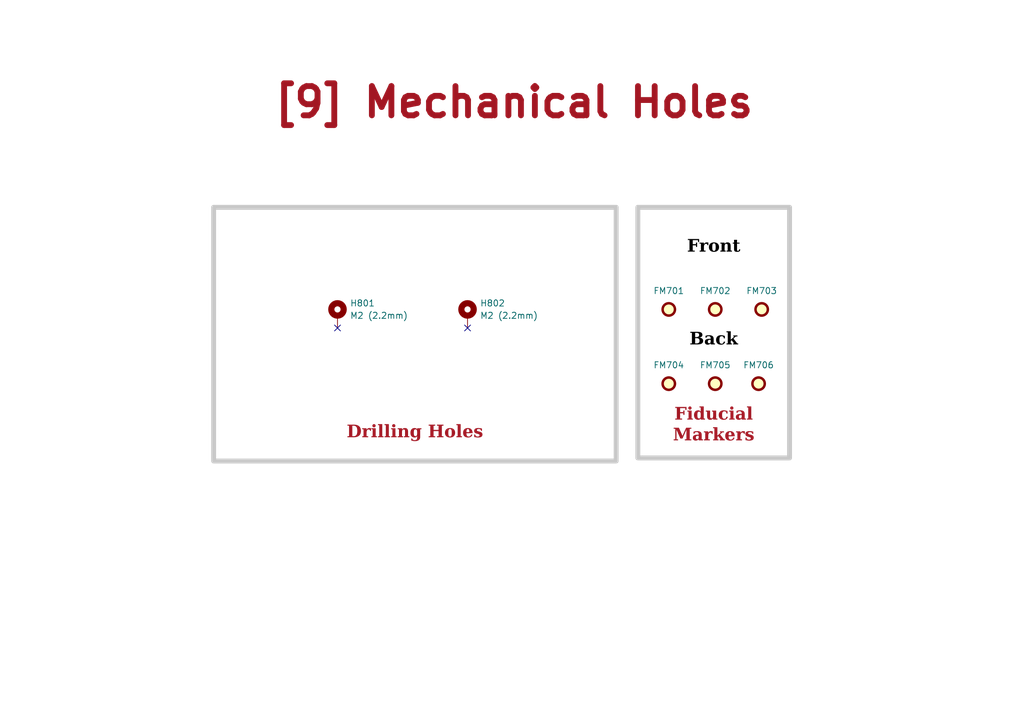
<source format=kicad_sch>
(kicad_sch (version 20231120) (generator "eeschema") (generator_version "8.0")
  (paper "A5")
  (lib_symbols
    (symbol "Mechanical:Fiducial"
      (property "Reference" "FID" (at 0 5.08 0))
      (property "Value" "Fiducial" (at 0 3.175 0))
      (symbol "Fiducial_0_1"
        (circle (center 0 0) (radius 1.27) (stroke (width 0.508)) (fill (type background)))
      )
    )
    (symbol "Mechanical:MountingHole_Pad" (pin_numbers hide) (pin_names (offset 1.016) hide)
      (property "Reference" "H" (at 0 6.35 0))
      (property "Value" "MountingHole_Pad" (at 0 4.445 0))
      (symbol "MountingHole_Pad_0_1"
        (circle (center 0 1.27) (radius 1.27) (stroke (width 1.27)))
      )
      (symbol "MountingHole_Pad_1_1"
        (pin input line (at 0 -2.54 90) (length 2.54) (name "1") (number "1"))
      )
    )
  )
  (no_connect (at 69.215 67.31))
  (no_connect (at 95.885 67.31))
  (rectangle (start 43.815 42.545) (end 126.365 94.615) (stroke (width 1) (color 200 200 200 1)))
  (rectangle (start 130.81 42.545) (end 161.925 93.98) (stroke (width 1) (color 200 200 200 1)))
  (text_box "Fiducial Markers" (at 130.81 83.82 0) (size 31.115 8.89) (stroke (width -0.0001)) (effects (font (size 2.54 2.54) (thickness 0.508) (bold yes)) (justify bottom)))
  (text_box "Back" (at 130.81 63.5 0) (size 31.115 9.525) (stroke (width -0.0001)) (effects (font (size 2.54 2.54) (thickness 0.508) (bold yes)) (justify bottom)))
  (text_box "Front" (at 130.81 44.45 0) (size 31.115 9.525) (stroke (width -0.0001)) (effects (font (size 2.54 2.54) (thickness 0.508) (bold yes)) (justify bottom)))
  (text_box "Drilling Holes" (at 45.085 84.455 0) (size 80.01 7.62) (stroke (width -0.0001)) (effects (font (size 2.54 2.54) (thickness 0.508) (bold yes)) (justify bottom)))
  (text_box "[9] Mechanical Holes" (at 12.7 14.605 0) (size 185.42 12.7) (stroke (width -0.0001)) (effects (font (size 6 6) (thickness 1.2) (bold yes))))
  (symbol (lib_id "Mechanical:Fiducial") (at 137.16 78.74 0) (unit 1) (in_bom no)
    (property "Reference" "FM704" (at 137.16 74.93 0))
    (property "Value" "Fiducial" (effects (hide yes)))
    (property "Footprint" "0_fiducials:Fiducial_1mm_Mask2mm" (effects (hide yes)))
  )
  (symbol (lib_id "Mechanical:MountingHole_Pad") (at 69.215 64.77 0) (unit 1) (in_bom no)
    (property "Reference" "H801" (at 71.755 62.23 0) (effects (justify left)))
    (property "Value" "M2 (2.2mm)" (at 71.755 64.77 0) (effects (justify left)))
    (property "Footprint" "MountingHole:MountingHole_2.2mm_M2_Pad_Via" (effects (hide yes)))
    (instances (project "SMPS_legged_robot_module" (path "" (reference "H801") (unit 1))) (project "nav_lower_controller" (path "" (reference "H5") (unit 1))) (project "nav_controller_interface_v2" (path "" (reference "H501") (unit 1))))
  )
  (symbol (lib_id "Mechanical:Fiducial") (at 146.685 63.5 0) (unit 1) (in_bom no)
    (property "Reference" "FM702" (at 146.685 59.69 0))
    (property "Value" "Fiducial" (effects (hide yes)))
    (property "Footprint" "0_fiducials:Fiducial_1mm_Mask2mm" (effects (hide yes)))
  )
  (symbol (lib_id "Mechanical:Fiducial") (at 137.16 63.5 0) (unit 1) (in_bom no)
    (property "Reference" "FM701" (at 137.16 59.69 0))
    (property "Value" "Fiducial" (effects (hide yes)))
    (property "Footprint" "0_fiducials:Fiducial_1mm_Mask2mm" (effects (hide yes)))
  )
  (symbol (lib_id "Mechanical:MountingHole_Pad") (at 95.885 64.77 0) (unit 1) (in_bom no)
    (property "Reference" "H802" (at 98.425 62.23 0) (effects (justify left)))
    (property "Value" "M2 (2.2mm)" (at 98.425 64.77 0) (effects (justify left)))
    (property "Footprint" "MountingHole:MountingHole_2.2mm_M2_Pad_Via" (effects (hide yes)))
    (instances (project "SMPS_legged_robot_module" (path "" (reference "H802") (unit 1))) (project "nav_lower_controller" (path "" (reference "H5") (unit 1))) (project "nav_controller_interface_v2" (path "" (reference "H501") (unit 1))))
  )
  (symbol (lib_id "Mechanical:Fiducial") (at 155.575 78.74 0) (unit 1) (in_bom no)
    (property "Reference" "FM706" (at 155.575 74.93 0))
    (property "Value" "Fiducial" (effects (hide yes)))
    (property "Footprint" "0_fiducials:Fiducial_1mm_Mask2mm" (effects (hide yes)))
  )
  (symbol (lib_id "Mechanical:Fiducial") (at 156.21 63.5 0) (unit 1) (in_bom no)
    (property "Reference" "FM703" (at 156.21 59.69 0))
    (property "Value" "Fiducial" (effects (hide yes)))
    (property "Footprint" "0_fiducials:Fiducial_1mm_Mask2mm" (effects (hide yes)))
  )
  (symbol (lib_id "Mechanical:Fiducial") (at 146.685 78.74 0) (unit 1) (in_bom no)
    (property "Reference" "FM705" (at 146.685 74.93 0))
    (property "Value" "Fiducial" (effects (hide yes)))
    (property "Footprint" "0_fiducials:Fiducial_1mm_Mask2mm" (effects (hide yes)))
  )
)
</source>
